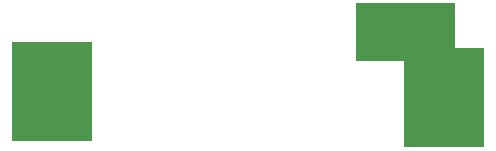
<source format=gbs>
%FSLAX36Y36*%
%MOMM*%
%SFA1B1*%
%ADD10C,.010*%

G36*
X-28900000Y-9803578D02*
X-22100000D01*
Y-1400000D01*
X-28900000D01*
Y-9803578D01*
G37*
G36*
X11100000Y-1900000D02*
X8603578D01*
Y1900000D01*
X200000D01*
Y-3000000D01*
X4300000D01*
Y-10303578D01*
X11100000D01*
Y-1900000D01*
G37*
M02*
G04 End of Data *

</source>
